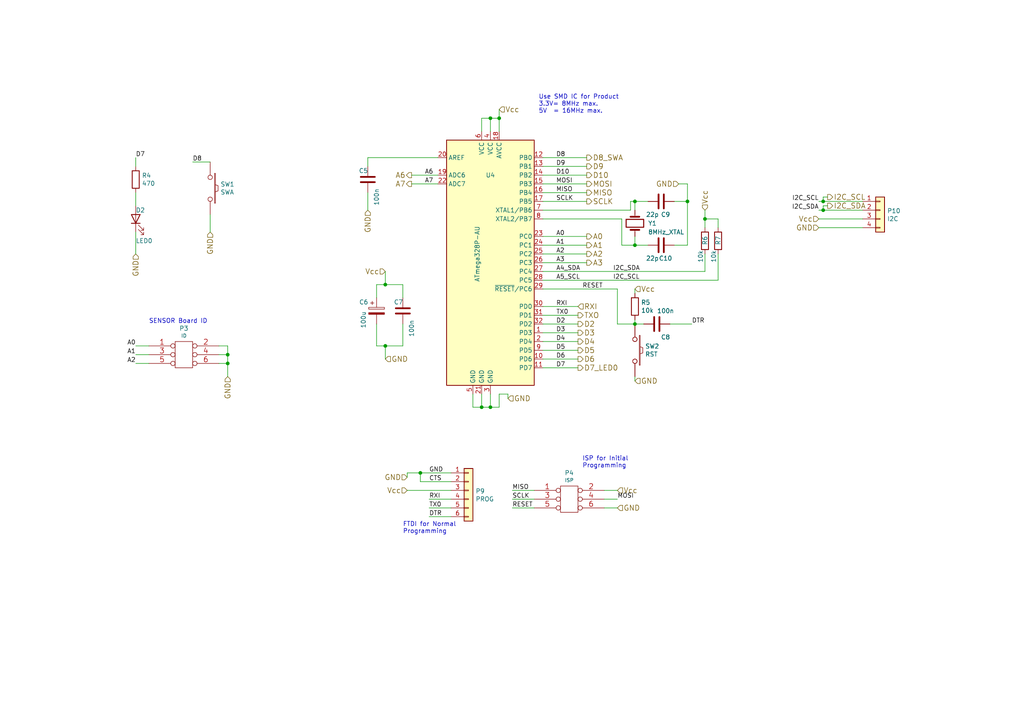
<source format=kicad_sch>
(kicad_sch (version 20231120) (generator "eeschema") (generator_version "8.0")
  (paper "A4")
  (lib_symbols
    (symbol "Connector_Generic:Conn_01x04" (pin_names (offset 1.016) hide)
      (property "Reference" "J" (at 0 5.08 0))
      (property "Value" "Conn_01x04" (at 0 -7.62 0))
      (symbol "Conn_01x04_1_1"
        (rectangle (start -1.27 -4.953) (end 0 -5.207) (stroke (width 0.1524)))
        (rectangle (start -1.27 -2.413) (end 0 -2.667) (stroke (width 0.1524)))
        (rectangle (start -1.27 0.127) (end 0 -0.127) (stroke (width 0.1524)))
        (rectangle (start -1.27 2.667) (end 0 2.413) (stroke (width 0.1524)))
        (rectangle (start -1.27 3.81) (end 1.27 -6.35) (stroke (width 0.254)) (fill (type background)))
        (pin passive line (at -5.08 2.54 0) (length 3.81) (name "Pin_1") (number "1"))
        (pin passive line (at -5.08 0 0) (length 3.81) (name "Pin_2") (number "2"))
        (pin passive line (at -5.08 -2.54 0) (length 3.81) (name "Pin_3") (number "3"))
        (pin passive line (at -5.08 -5.08 0) (length 3.81) (name "Pin_4") (number "4"))
      )
    )
    (symbol "Connector_Generic:Conn_01x06" (pin_names (offset 1.016) hide)
      (property "Reference" "J" (at 0 7.62 0))
      (property "Value" "Conn_01x06" (at 0 -10.16 0))
      (symbol "Conn_01x06_1_1"
        (rectangle (start -1.27 -7.493) (end 0 -7.747) (stroke (width 0.1524)))
        (rectangle (start -1.27 -4.953) (end 0 -5.207) (stroke (width 0.1524)))
        (rectangle (start -1.27 -2.413) (end 0 -2.667) (stroke (width 0.1524)))
        (rectangle (start -1.27 0.127) (end 0 -0.127) (stroke (width 0.1524)))
        (rectangle (start -1.27 2.667) (end 0 2.413) (stroke (width 0.1524)))
        (rectangle (start -1.27 5.207) (end 0 4.953) (stroke (width 0.1524)))
        (rectangle (start -1.27 6.35) (end 1.27 -8.89) (stroke (width 0.254)) (fill (type background)))
        (pin passive line (at -5.08 5.08 0) (length 3.81) (name "Pin_1") (number "1"))
        (pin passive line (at -5.08 2.54 0) (length 3.81) (name "Pin_2") (number "2"))
        (pin passive line (at -5.08 0 0) (length 3.81) (name "Pin_3") (number "3"))
        (pin passive line (at -5.08 -2.54 0) (length 3.81) (name "Pin_4") (number "4"))
        (pin passive line (at -5.08 -5.08 0) (length 3.81) (name "Pin_5") (number "5"))
        (pin passive line (at -5.08 -7.62 0) (length 3.81) (name "Pin_6") (number "6"))
      )
    )
    (symbol "Device:CP" (pin_numbers hide) (pin_names (offset 0.254))
      (property "Reference" "C" (at 0.635 2.54 0))
      (property "Value" "Device_CP" (at 0.635 -2.54 0))
      (symbol "CP_0_1"
        (rectangle (start -2.286 0.508) (end 2.286 1.016))
        (polyline (pts (xy -1.778 2.286) (xy -0.762 2.286)))
        (polyline (pts (xy -1.27 2.794) (xy -1.27 1.778)))
        (rectangle (start 2.286 -0.508) (end -2.286 -1.016) (fill (type outline)))
      )
      (symbol "CP_1_1"
        (pin passive line (at 0 3.81 270) (length 2.794) (name "~") (number "1"))
        (pin passive line (at 0 -3.81 90) (length 2.794) (name "~") (number "2"))
      )
    )
    (symbol "Device:Crystal" (pin_numbers hide) (pin_names (offset 1.016) hide)
      (property "Reference" "Y" (at 0 3.81 0))
      (property "Value" "Crystal" (at 0 -3.81 0))
      (symbol "Crystal_0_1"
        (rectangle (start -1.143 2.54) (end 1.143 -2.54) (stroke (width 0.3048)))
        (polyline (pts (xy -2.54 0) (xy -1.905 0)))
        (polyline (pts (xy -1.905 -1.27) (xy -1.905 1.27)) (stroke (width 0.508)))
        (polyline (pts (xy 1.905 -1.27) (xy 1.905 1.27)) (stroke (width 0.508)))
        (polyline (pts (xy 2.54 0) (xy 1.905 0)))
      )
      (symbol "Crystal_1_1"
        (pin passive line (at -3.81 0 0) (length 1.27) (name "1") (number "1"))
        (pin passive line (at 3.81 0 180) (length 1.27) (name "2") (number "2"))
      )
    )
    (symbol "Device:LED" (pin_numbers hide) (pin_names (offset 1.016) hide)
      (property "Reference" "D" (at 0 2.54 0))
      (property "Value" "LED" (at 0 -2.54 0))
      (symbol "LED_0_1"
        (polyline (pts (xy -1.27 -1.27) (xy -1.27 1.27)) (stroke (width 0.254)))
        (polyline (pts (xy -1.27 0) (xy 1.27 0)))
        (polyline (pts (xy 1.27 -1.27) (xy 1.27 1.27) (xy -1.27 0) (xy 1.27 -1.27)) (stroke (width 0.254)))
        (polyline (pts (xy -3.048 -0.762) (xy -4.572 -2.286) (xy -3.81 -2.286) (xy -4.572 -2.286) (xy -4.572 -1.524)))
        (polyline (pts (xy -1.778 -0.762) (xy -3.302 -2.286) (xy -2.54 -2.286) (xy -3.302 -2.286) (xy -3.302 -1.524)))
      )
      (symbol "LED_1_1"
        (pin passive line (at -3.81 0 0) (length 2.54) (name "K") (number "1"))
        (pin passive line (at 3.81 0 180) (length 2.54) (name "A") (number "2"))
      )
    )
    (symbol "Device:R" (pin_numbers hide) (pin_names (offset 0))
      (property "Reference" "R" (at 2.032 0 90))
      (property "Value" "R" (at 0 0 90))
      (symbol "R_0_1"
        (rectangle (start -1.016 -2.54) (end 1.016 2.54) (stroke (width 0.254)))
      )
      (symbol "R_1_1"
        (pin passive line (at 0 3.81 270) (length 1.27) (name "~") (number "1"))
        (pin passive line (at 0 -3.81 90) (length 1.27) (name "~") (number "2"))
      )
    )
    (symbol "device:C" (pin_numbers hide) (pin_names (offset 0.254))
      (property "Reference" "C" (at 0.635 2.54 0))
      (property "Value" "device_C" (at 0.635 -2.54 0))
      (symbol "C_0_1"
        (polyline (pts (xy -2.032 -0.762) (xy 2.032 -0.762)) (stroke (width 0.508)))
        (polyline (pts (xy -2.032 0.762) (xy 2.032 0.762)) (stroke (width 0.508)))
      )
      (symbol "C_1_1"
        (pin passive line (at 0 3.81 270) (length 2.794) (name "~") (number "1"))
        (pin passive line (at 0 -3.81 90) (length 2.794) (name "~") (number "2"))
      )
    )
    (symbol "matts_components:ATmega328P-AU-MCU_Microchip_ATmega"
      (property "Reference" "U" (at -12.7 36.83 0))
      (property "Value" "matts_components_ATmega328P-AU-MCU_Microchip_ATmega" (at 2.54 -36.83 0))
      (symbol "ATmega328P-AU-MCU_Microchip_ATmega_0_1"
        (rectangle (start -12.7 -35.56) (end 12.7 35.56) (stroke (width 0.254)) (fill (type background)))
      )
      (symbol "ATmega328P-AU-MCU_Microchip_ATmega_1_1"
        (pin bidirectional line (at 15.24 -20.32 180) (length 2.54) (name "PD3") (number "1"))
        (pin bidirectional line (at 15.24 -27.94 180) (length 2.54) (name "PD6") (number "10"))
        (pin bidirectional line (at 15.24 -30.48 180) (length 2.54) (name "PD7") (number "11"))
        (pin bidirectional line (at 15.24 30.48 180) (length 2.54) (name "PB0") (number "12"))
        (pin bidirectional line (at 15.24 27.94 180) (length 2.54) (name "PB1") (number "13"))
        (pin bidirectional line (at 15.24 25.4 180) (length 2.54) (name "PB2") (number "14"))
        (pin bidirectional line (at 15.24 22.86 180) (length 2.54) (name "PB3") (number "15"))
        (pin bidirectional line (at 15.24 20.32 180) (length 2.54) (name "PB4") (number "16"))
        (pin bidirectional line (at 15.24 17.78 180) (length 2.54) (name "PB5") (number "17"))
        (pin power_in line (at 2.54 38.1 270) (length 2.54) (name "AVCC") (number "18"))
        (pin input line (at -15.24 25.4 0) (length 2.54) (name "ADC6") (number "19"))
        (pin bidirectional line (at 15.24 -22.86 180) (length 2.54) (name "PD4") (number "2"))
        (pin passive line (at -15.24 30.48 0) (length 2.54) (name "AREF") (number "20"))
        (pin power_in line (at -2.54 -38.1 90) (length 2.54) (name "GND") (number "21"))
        (pin input line (at -15.24 22.86 0) (length 2.54) (name "ADC7") (number "22"))
        (pin bidirectional line (at 15.24 7.62 180) (length 2.54) (name "PC0") (number "23"))
        (pin bidirectional line (at 15.24 5.08 180) (length 2.54) (name "PC1") (number "24"))
        (pin bidirectional line (at 15.24 2.54 180) (length 2.54) (name "PC2") (number "25"))
        (pin bidirectional line (at 15.24 0 180) (length 2.54) (name "PC3") (number "26"))
        (pin bidirectional line (at 15.24 -2.54 180) (length 2.54) (name "PC4") (number "27"))
        (pin bidirectional line (at 15.24 -5.08 180) (length 2.54) (name "PC5") (number "28"))
        (pin bidirectional line (at 15.24 -7.62 180) (length 2.54) (name "~{RESET}/PC6") (number "29"))
        (pin power_in line (at 0 -38.1 90) (length 2.54) (name "GND") (number "3"))
        (pin bidirectional line (at 15.24 -12.7 180) (length 2.54) (name "PD0") (number "30"))
        (pin bidirectional line (at 15.24 -15.24 180) (length 2.54) (name "PD1") (number "31"))
        (pin bidirectional line (at 15.24 -17.78 180) (length 2.54) (name "PD2") (number "32"))
        (pin power_in line (at 0 38.1 270) (length 2.54) (name "VCC") (number "4"))
        (pin power_in line (at -5.08 -38.1 90) (length 2.54) (name "GND") (number "5"))
        (pin power_in line (at -2.54 38.1 270) (length 2.54) (name "VCC") (number "6"))
        (pin bidirectional line (at 15.24 15.24 180) (length 2.54) (name "XTAL1/PB6") (number "7"))
        (pin bidirectional line (at 15.24 12.7 180) (length 2.54) (name "XTAL2/PB7") (number "8"))
        (pin bidirectional line (at 15.24 -25.4 180) (length 2.54) (name "PD5") (number "9"))
      )
    )
    (symbol "matts_components:ISP_3X2" (pin_names (offset 1.016) hide)
      (property "Reference" "P" (at 0 6.35 0))
      (property "Value" "matts_components_ISP_3X2" (at 0 1.27 90))
      (symbol "ISP_3X2_0_1"
        (rectangle (start -2.54 5.08) (end 2.54 -2.54))
      )
      (symbol "ISP_3X2_1_1"
        (pin passive inverted (at -10.16 3.81 0) (length 7.62) (name "1") (number "1"))
        (pin passive inverted (at 10.16 3.81 180) (length 7.62) (name "2") (number "2"))
        (pin passive inverted (at -10.16 1.27 0) (length 7.62) (name "3") (number "3"))
        (pin passive inverted (at 10.16 1.27 180) (length 7.62) (name "4") (number "4"))
        (pin passive inverted (at -10.16 -1.27 0) (length 7.62) (name "5") (number "5"))
        (pin passive inverted (at 10.16 -1.27 180) (length 7.62) (name "6") (number "6"))
      )
    )
    (symbol "matts_components:SW_PUSH" (pin_numbers hide) (pin_names (offset 1.016) hide)
      (property "Reference" "SW" (at 3.81 2.794 0))
      (property "Value" "matts_components_SW_PUSH" (at 0 -2.032 0))
      (symbol "SW_PUSH_0_1"
        (rectangle (start -4.318 1.27) (end 4.318 1.524))
        (polyline (pts (xy -1.016 1.524) (xy -0.762 2.286) (xy 0.762 2.286) (xy 1.016 1.524)))
        (pin passive inverted (at -7.62 0 0) (length 5.08) (name "1") (number "1"))
        (pin passive inverted (at 7.62 0 180) (length 5.08) (name "2") (number "2"))
      )
    )
  )
  (junction (at 66.04 102.87))
  (junction (at 199.39 58.42))
  (junction (at 144.78 34.29))
  (junction (at 184.15 93.98))
  (junction (at 142.24 34.29))
  (junction (at 111.76 82.55))
  (junction (at 111.76 100.33))
  (junction (at 121.92 137.16))
  (junction (at 184.15 71.12))
  (junction (at 139.7 118.11))
  (junction (at 142.24 118.11))
  (junction (at 66.04 105.41))
  (junction (at 238.76 60.96))
  (junction (at 184.15 58.42))
  (junction (at 204.47 63.5))
  (junction (at 238.76 58.42))
  (wire (pts (xy 184.15 93.98) (xy 179.07 93.98)))
  (wire (pts (xy 157.48 88.9) (xy 167.64 88.9)))
  (wire (pts (xy 157.48 101.6) (xy 167.64 101.6)))
  (wire (pts (xy 130.81 149.86) (xy 124.46 149.86)))
  (wire (pts (xy 43.18 102.87) (xy 39.37 102.87)))
  (wire (pts (xy 157.48 55.88) (xy 170.18 55.88)))
  (wire (pts (xy 157.48 73.66) (xy 170.18 73.66)))
  (wire (pts (xy 118.11 137.16) (xy 121.92 137.16)))
  (wire (pts (xy 139.7 114.3) (xy 139.7 118.11)))
  (wire (pts (xy 109.22 86.36) (xy 109.22 82.55)))
  (wire (pts (xy 144.78 118.11) (xy 142.24 118.11)))
  (wire (pts (xy 184.15 110.49) (xy 184.15 109.22)))
  (wire (pts (xy 55.88 46.99) (xy 60.96 46.99)))
  (wire (pts (xy 175.26 147.32) (xy 179.07 147.32)))
  (wire (pts (xy 111.76 100.33) (xy 116.84 100.33)))
  (wire (pts (xy 157.48 68.58) (xy 170.18 68.58)))
  (wire (pts (xy 39.37 67.31) (xy 39.37 73.66)))
  (wire (pts (xy 109.22 100.33) (xy 111.76 100.33)))
  (wire (pts (xy 157.48 81.28) (xy 208.28 81.28)))
  (wire (pts (xy 43.18 105.41) (xy 39.37 105.41)))
  (wire (pts (xy 144.78 34.29) (xy 144.78 31.75)))
  (wire (pts (xy 184.15 71.12) (xy 187.96 71.12)))
  (wire (pts (xy 124.46 147.32) (xy 130.81 147.32)))
  (wire (pts (xy 195.58 71.12) (xy 199.39 71.12)))
  (wire (pts (xy 238.76 60.96) (xy 250.19 60.96)))
  (wire (pts (xy 179.07 144.78) (xy 175.26 144.78)))
  (wire (pts (xy 194.31 93.98) (xy 200.66 93.98)))
  (wire (pts (xy 106.68 45.72) (xy 106.68 48.26)))
  (wire (pts (xy 106.68 55.88) (xy 106.68 60.96)))
  (wire (pts (xy 118.11 142.24) (xy 130.81 142.24)))
  (wire (pts (xy 139.7 118.11) (xy 137.16 118.11)))
  (wire (pts (xy 157.48 50.8) (xy 170.18 50.8)))
  (wire (pts (xy 144.78 114.3) (xy 144.78 118.11)))
  (wire (pts (xy 184.15 58.42) (xy 184.15 60.96)))
  (wire (pts (xy 238.76 57.15) (xy 238.76 58.42)))
  (wire (pts (xy 184.15 85.09) (xy 184.15 83.82)))
  (wire (pts (xy 199.39 58.42) (xy 199.39 71.12)))
  (wire (pts (xy 157.48 99.06) (xy 167.64 99.06)))
  (wire (pts (xy 148.59 144.78) (xy 154.94 144.78)))
  (wire (pts (xy 119.38 50.8) (xy 127 50.8)))
  (wire (pts (xy 199.39 53.34) (xy 196.85 53.34)))
  (wire (pts (xy 175.26 142.24) (xy 179.07 142.24)))
  (wire (pts (xy 179.07 83.82) (xy 179.07 93.98)))
  (wire (pts (xy 147.32 114.3) (xy 144.78 114.3)))
  (wire (pts (xy 238.76 59.69) (xy 238.76 60.96)))
  (wire (pts (xy 204.47 63.5) (xy 208.28 63.5)))
  (wire (pts (xy 237.49 58.42) (xy 238.76 58.42)))
  (wire (pts (xy 142.24 38.1) (xy 142.24 34.29)))
  (wire (pts (xy 142.24 118.11) (xy 139.7 118.11)))
  (wire (pts (xy 111.76 78.74) (xy 111.76 82.55)))
  (wire (pts (xy 238.76 58.42) (xy 250.19 58.42)))
  (wire (pts (xy 182.88 58.42) (xy 184.15 58.42)))
  (wire (pts (xy 157.48 83.82) (xy 179.07 83.82)))
  (wire (pts (xy 157.48 60.96) (xy 182.88 60.96)))
  (wire (pts (xy 121.92 139.7) (xy 130.81 139.7)))
  (wire (pts (xy 157.48 71.12) (xy 170.18 71.12)))
  (wire (pts (xy 157.48 78.74) (xy 204.47 78.74)))
  (wire (pts (xy 184.15 71.12) (xy 184.15 68.58)))
  (wire (pts (xy 157.48 48.26) (xy 170.18 48.26)))
  (wire (pts (xy 39.37 48.26) (xy 39.37 45.72)))
  (wire (pts (xy 157.48 104.14) (xy 167.64 104.14)))
  (wire (pts (xy 195.58 58.42) (xy 199.39 58.42)))
  (wire (pts (xy 121.92 137.16) (xy 130.81 137.16)))
  (wire (pts (xy 142.24 114.3) (xy 142.24 118.11)))
  (wire (pts (xy 66.04 100.33) (xy 63.5 100.33)))
  (wire (pts (xy 184.15 71.12) (xy 180.34 71.12)))
  (wire (pts (xy 157.48 96.52) (xy 167.64 96.52)))
  (wire (pts (xy 66.04 105.41) (xy 66.04 109.22)))
  (wire (pts (xy 154.94 147.32) (xy 148.59 147.32)))
  (wire (pts (xy 111.76 82.55) (xy 116.84 82.55)))
  (wire (pts (xy 43.18 100.33) (xy 39.37 100.33)))
  (wire (pts (xy 157.48 93.98) (xy 167.64 93.98)))
  (wire (pts (xy 130.81 144.78) (xy 124.46 144.78)))
  (wire (pts (xy 184.15 93.98) (xy 184.15 92.71)))
  (wire (pts (xy 109.22 93.98) (xy 109.22 100.33)))
  (wire (pts (xy 204.47 66.04) (xy 204.47 63.5)))
  (wire (pts (xy 139.7 34.29) (xy 139.7 38.1)))
  (wire (pts (xy 240.03 57.15) (xy 238.76 57.15)))
  (wire (pts (xy 237.49 63.5) (xy 250.19 63.5)))
  (wire (pts (xy 121.92 139.7) (xy 121.92 137.16)))
  (wire (pts (xy 199.39 58.42) (xy 199.39 53.34)))
  (wire (pts (xy 157.48 91.44) (xy 167.64 91.44)))
  (wire (pts (xy 184.15 58.42) (xy 187.96 58.42)))
  (wire (pts (xy 204.47 63.5) (xy 204.47 60.96)))
  (wire (pts (xy 119.38 53.34) (xy 127 53.34)))
  (wire (pts (xy 142.24 34.29) (xy 139.7 34.29)))
  (wire (pts (xy 111.76 104.14) (xy 111.76 100.33)))
  (wire (pts (xy 204.47 78.74) (xy 204.47 73.66)))
  (wire (pts (xy 66.04 105.41) (xy 66.04 102.87)))
  (wire (pts (xy 39.37 55.88) (xy 39.37 59.69)))
  (wire (pts (xy 180.34 71.12) (xy 180.34 63.5)))
  (wire (pts (xy 60.96 67.31) (xy 60.96 62.23)))
  (wire (pts (xy 157.48 45.72) (xy 170.18 45.72)))
  (wire (pts (xy 237.49 66.04) (xy 250.19 66.04)))
  (wire (pts (xy 142.24 34.29) (xy 144.78 34.29)))
  (wire (pts (xy 147.32 115.57) (xy 147.32 114.3)))
  (wire (pts (xy 157.48 58.42) (xy 170.18 58.42)))
  (wire (pts (xy 157.48 106.68) (xy 167.64 106.68)))
  (wire (pts (xy 63.5 105.41) (xy 66.04 105.41)))
  (wire (pts (xy 109.22 82.55) (xy 111.76 82.55)))
  (wire (pts (xy 116.84 93.98) (xy 116.84 100.33)))
  (wire (pts (xy 116.84 82.55) (xy 116.84 86.36)))
  (wire (pts (xy 118.11 138.43) (xy 118.11 137.16)))
  (wire (pts (xy 184.15 93.98) (xy 186.69 93.98)))
  (wire (pts (xy 157.48 53.34) (xy 170.18 53.34)))
  (wire (pts (xy 63.5 102.87) (xy 66.04 102.87)))
  (wire (pts (xy 144.78 34.29) (xy 144.78 38.1)))
  (wire (pts (xy 208.28 81.28) (xy 208.28 73.66)))
  (wire (pts (xy 240.03 59.69) (xy 238.76 59.69)))
  (wire (pts (xy 157.48 76.2) (xy 170.18 76.2)))
  (wire (pts (xy 182.88 60.96) (xy 182.88 58.42)))
  (wire (pts (xy 106.68 45.72) (xy 127 45.72)))
  (wire (pts (xy 237.49 60.96) (xy 238.76 60.96)))
  (wire (pts (xy 154.94 142.24) (xy 148.59 142.24)))
  (wire (pts (xy 157.48 63.5) (xy 180.34 63.5)))
  (wire (pts (xy 66.04 102.87) (xy 66.04 100.33)))
  (wire (pts (xy 208.28 63.5) (xy 208.28 66.04)))
  (wire (pts (xy 137.16 118.11) (xy 137.16 114.3)))
  (text "ISP for Initial\nProgramming" (at 168.91 135.89 0) (effects (font (size 1.27 1.27)) (justify left bottom)))
  (text "Use SMD IC for Product\n3.3V= 8MHz max.\n5V  = 16MHz max." (at 156.21 33.02 0) (effects (font (size 1.27 1.27)) (justify left bottom)))
  (text "SENSOR Board ID\n" (at 43.18 93.98 0) (effects (font (size 1.27 1.27)) (justify left bottom)))
  (text "FTDI for Normal\nProgramming" (at 116.84 154.94 0) (effects (font (size 1.27 1.27)) (justify left bottom)))
  (label "A4_SDA" (at 161.29 78.74 0))
  (label "A3" (at 161.29 76.2 0))
  (label "D3" (at 161.29 96.52 0))
  (label "A5_SCL" (at 161.29 81.28 0))
  (label "A0" (at 161.29 68.58 0))
  (label "TX0" (at 161.29 91.44 0))
  (label "TX0" (at 124.46 147.32 0))
  (label "A0" (at 39.37 100.33 180))
  (label "MOSI" (at 179.07 144.78 0))
  (label "SCLK" (at 148.59 144.78 0))
  (label "D8" (at 55.88 46.99 0))
  (label "D10" (at 161.29 50.8 0))
  (label "MISO" (at 161.29 55.88 0))
  (label "D4" (at 161.29 99.06 0))
  (label "D7" (at 39.37 45.72 0))
  (label "D7" (at 161.29 106.68 0))
  (label "RESET" (at 148.59 147.32 0))
  (label "A1" (at 39.37 102.87 180))
  (label "DTR" (at 200.66 93.98 0))
  (label "I2C_SCL" (at 177.8 81.28 0))
  (label "CTS" (at 124.46 139.7 0))
  (label "D6" (at 161.29 104.14 0))
  (label "RXI" (at 161.29 88.9 0))
  (label "D2" (at 161.29 93.98 0))
  (label "A6" (at 123.19 50.8 0))
  (label "I2C_SDA" (at 177.8 78.74 0))
  (label "SCLK" (at 161.29 58.42 0))
  (label "RESET" (at 168.91 83.82 0))
  (label "D8" (at 161.29 45.72 0))
  (label "I2C_SCL" (at 237.49 58.42 180))
  (label "D9" (at 161.29 48.26 0))
  (label "MOSI" (at 161.29 53.34 0))
  (label "A2" (at 39.37 105.41 180))
  (label "MISO" (at 148.59 142.24 0))
  (label "A2" (at 161.29 73.66 0))
  (label "A1" (at 161.29 71.12 0))
  (label "DTR" (at 124.46 149.86 0))
  (label "D5" (at 161.29 101.6 0))
  (label "RXI" (at 124.46 144.78 0))
  (label "A7" (at 123.19 53.34 0))
  (label "GND" (at 124.46 137.16 0))
  (label "I2C_SDA" (at 237.49 60.96 180))
  (hierarchical_label "GND" (shape input) (at 184.15 110.49 0) (effects (font (size 1.524 1.524))))
  (hierarchical_label "GND" (shape input) (at 237.49 66.04 180) (effects (font (size 1.524 1.524))))
  (hierarchical_label "A6" (shape output) (at 119.38 50.8 180) (effects (font (size 1.524 1.524))))
  (hierarchical_label "Vcc" (shape input) (at 144.78 31.75 0) (effects (font (size 1.524 1.524))))
  (hierarchical_label "D8_SWA" (shape output) (at 170.18 45.72 0) (effects (font (size 1.524 1.524))))
  (hierarchical_label "D5" (shape output) (at 167.64 101.6 0) (effects (font (size 1.524 1.524))))
  (hierarchical_label "GND" (shape input) (at 106.68 60.96 270) (effects (font (size 1.524 1.524))))
  (hierarchical_label "D2" (shape output) (at 167.64 93.98 0) (effects (font (size 1.524 1.524))))
  (hierarchical_label "Vcc" (shape input) (at 237.49 63.5 180) (effects (font (size 1.524 1.524))))
  (hierarchical_label "A7" (shape output) (at 119.38 53.34 180) (effects (font (size 1.524 1.524))))
  (hierarchical_label "SCLK" (shape output) (at 170.18 58.42 0) (effects (font (size 1.524 1.524))))
  (hierarchical_label "D9" (shape output) (at 170.18 48.26 0) (effects (font (size 1.524 1.524))))
  (hierarchical_label "GND" (shape input) (at 179.07 147.32 0) (effects (font (size 1.524 1.524))))
  (hierarchical_label "Vcc" (shape input) (at 111.76 78.74 180) (effects (font (size 1.524 1.524))))
  (hierarchical_label "A0" (shape output) (at 170.18 68.58 0) (effects (font (size 1.524 1.524))))
  (hierarchical_label "GND" (shape input) (at 196.85 53.34 180) (effects (font (size 1.524 1.524))))
  (hierarchical_label "Vcc" (shape input) (at 179.07 142.24 0) (effects (font (size 1.524 1.524))))
  (hierarchical_label "GND" (shape input) (at 147.32 115.57 0) (effects (font (size 1.524 1.524))))
  (hierarchical_label "Vcc" (shape input) (at 204.47 60.96 90) (effects (font (size 1.524 1.524))))
  (hierarchical_label "A1" (shape output) (at 170.18 71.12 0) (effects (font (size 1.524 1.524))))
  (hierarchical_label "GND" (shape input) (at 118.11 138.43 180) (effects (font (size 1.524 1.524))))
  (hierarchical_label "Vcc" (shape input) (at 184.15 83.82 0) (effects (font (size 1.524 1.524))))
  (hierarchical_label "D4" (shape output) (at 167.64 99.06 0) (effects (font (size 1.524 1.524))))
  (hierarchical_label "GND" (shape input) (at 60.96 67.31 270) (effects (font (size 1.524 1.524))))
  (hierarchical_label "I2C_SDA" (shape output) (at 240.03 59.69 0) (effects (font (size 1.524 1.524))))
  (hierarchical_label "D3" (shape output) (at 167.64 96.52 0) (effects (font (size 1.524 1.524))))
  (hierarchical_label "GND" (shape input) (at 66.04 109.22 270) (effects (font (size 1.524 1.524))))
  (hierarchical_label "MISO" (shape output) (at 170.18 55.88 0) (effects (font (size 1.524 1.524))))
  (hierarchical_label "GND" (shape input) (at 39.37 73.66 270) (effects (font (size 1.524 1.524))))
  (hierarchical_label "D7_LED0" (shape output) (at 167.64 106.68 0) (effects (font (size 1.524 1.524))))
  (hierarchical_label "MOSI" (shape output) (at 170.18 53.34 0) (effects (font (size 1.524 1.524))))
  (hierarchical_label "A3" (shape output) (at 170.18 76.2 0) (effects (font (size 1.524 1.524))))
  (hierarchical_label "A2" (shape output) (at 170.18 73.66 0) (effects (font (size 1.524 1.524))))
  (hierarchical_label "D10" (shape output) (at 170.18 50.8 0) (effects (font (size 1.524 1.524))))
  (hierarchical_label "RXI" (shape input) (at 167.64 88.9 0) (effects (font (size 1.524 1.524))))
  (hierarchical_label "Vcc" (shape input) (at 118.11 142.24 180) (effects (font (size 1.524 1.524))))
  (hierarchical_label "D6" (shape output) (at 167.64 104.14 0) (effects (font (size 1.524 1.524))))
  (hierarchical_label "TXO" (shape output) (at 167.64 91.44 0) (effects (font (size 1.524 1.524))))
  (hierarchical_label "GND" (shape input) (at 111.76 104.14 0) (effects (font (size 1.524 1.524))))
  (hierarchical_label "I2C_SCL" (shape output) (at 240.03 57.15 0) (effects (font (size 1.524 1.524))))
  (symbol (lib_id "device:C") (at 106.68 52.07 180) (unit 1)
    (property "Reference" "C5" (at 105.41 49.53 0))
    (property "Value" "100n" (at 109.22 57.15 90))
    (property "Footprint" "REInnovationFootprint:SM_C_0805" (effects (hide yes)))
    (property "LCSC" "C49678" (effects (hide yes)))
    (property "JLCPCB Add" "Y" (effects (hide yes)))
  )
  (symbol (lib_id "Connector_Generic:Conn_01x06") (at 135.89 142.24 0) (unit 1)
    (property "Reference" "P9" (at 137.922 142.4432 0) (effects (justify left)))
    (property "Value" "PROG" (at 137.922 144.7546 0) (effects (justify left)))
    (property "Footprint" "REInnovationFootprint:TH_6x1_FTDI" (effects (hide yes)))
  )
  (symbol (lib_id "matts_components:ATmega328P-AU-MCU_Microchip_ATmega") (at 142.24 76.2 0) (unit 1)
    (property "Reference" "U4" (at 142.24 50.8 0))
    (property "Value" "ATmega328P-AU" (at 138.43 73.66 90))
    (property "Footprint" "REInnovationFootprint:TQFP32-08" (effects (hide yes)))
    (property "Supplier 1" "Farnell" (effects (hide yes)))
    (property "Manufacturer" "ATMEL" (effects (hide yes)))
    (property "Manufacturer Part" "ATMEGA328P-AU" (effects (hide yes)))
    (property "LCSC" "C14877" (effects (hide yes)))
    (property "JLCPCB Add" "Y" (effects (hide yes)))
    (property "JLCPCB Cost" "1.2649" (effects (hide yes)))
  )
  (symbol (lib_id "Device:R") (at 208.28 69.85 0) (unit 1)
    (property "Reference" "R7" (at 208.28 71.12 90) (effects (justify left)))
    (property "Value" "10k" (at 207.01 76.2 90) (effects (justify left)))
    (property "Footprint" "REInnovationFootprint:SM0805" (effects (hide yes)))
    (property "Supplier 1" "Farnell" (effects (hide yes)))
    (property "Supplier 1 Code" "9334580" (effects (hide yes)))
    (property "Supplier 1 Web" "https://uk.farnell.com/multicomp/mc01w080554k7/res-4k7-5-0-1w-0805-thick-film/dp/9334580?st=0805%20resistor%204k7" (effects (hide yes)))
    (property "Manufacturer Part" "MC01W080554K7" (effects (hide yes)))
    (property "Supplier 1 Cost" "0.01" (effects (hide yes)))
    (property "LCSC" "C17673" (effects (hide yes)))
    (property "JLCPCB Add" "Y" (effects (hide yes)))
    (property "JLCPCB Cost" "0.0031" (effects (hide yes)))
  )
  (symbol (lib_id "Device:R") (at 184.15 88.9 0) (unit 1)
    (property "Reference" "R5" (at 185.928 87.7316 0) (effects (justify left)))
    (property "Value" "10k" (at 185.928 90.043 0) (effects (justify left)))
    (property "Footprint" "REInnovationFootprint:SM0805" (effects (hide yes)))
    (property "Supplier 1" "Farnell" (effects (hide yes)))
    (property "Supplier 1 Code" "2073607" (effects (hide yes)))
    (property "Supplier 1 Web" "https://uk.farnell.com/multicomp/mcmr08x1002ftl/res-10k-1-0-125w-0805-ceramic/dp/2073607?st=0805%20resistor%2010k" (effects (hide yes)))
    (property "Supplier 1 Cost" "0.02" (effects (hide yes)))
    (property "Manufacturer Part" "MCMR08X1002FTL" (effects (hide yes)))
    (property "LCSC" "C17414" (effects (hide yes)))
    (property "JLCPCB Add" "Y" (effects (hide yes)))
    (property "JLCPCB Cost" "0.0029" (effects (hide yes)))
  )
  (symbol (lib_id "matts_components:ISP_3X2") (at 53.34 104.14 0) (unit 1)
    (property "Reference" "P3" (at 53.34 95.25 0))
    (property "Value" "ID" (at 53.34 97.3836 0) (effects (font (size 1.016 1.016))))
    (property "Footprint" "REInnovationFootprint:SM_6pad_3W_SOLDER" (effects (hide yes)))
    (property "Supplier 1" "Toby Electronics" (effects (hide yes)))
    (property "Supplier 1 Code" "THD-03-R" (effects (hide yes)))
    (property "Supplier 1 Web" "https://www.toby.co.uk/board-to-board-pcb-connectors/254mm-headers/thd-valcon-2.54mm-pitch-dual-row-pin-header/" (effects (hide yes)))
    (property "Manufacturer" "Valcon" (effects (hide yes)))
    (property "Supplier 1 Cost" "0.05" (effects (hide yes)))
  )
  (symbol (lib_id "matts_components:SW_PUSH") (at 60.96 54.61 270) (unit 1)
    (property "Reference" "SW1" (at 63.9318 53.4416 90) (effects (justify left)))
    (property "Value" "SWA" (at 63.9318 55.753 90) (effects (justify left)))
    (property "Footprint" "REInnovationFootprint:SMD_SW_6x3_5" (effects (hide yes)))
    (property "Supplier 1 Web" "https://uk.farnell.com/alcoswitch-te-connectivity/147873-1/tactile-switch-spst-0-05a-24v/dp/2610942" (effects (hide yes)))
    (property "Supplier 1" "Farnell" (effects (hide yes)))
    (property "Supplier 1 Code" "2610942" (effects (hide yes)))
    (property "Manufacturer Part" "147873-1" (effects (hide yes)))
    (property "Supplier 1 Cost" "0.236" (effects (hide yes)))
    (property "LCSC" "C412368" (effects (hide yes)))
    (property "JLCPCB Add" "Y" (effects (hide yes)))
    (property "JLCPCB Cost" "0.0194" (effects (hide yes)))
  )
  (symbol (lib_id "Device:Crystal") (at 184.15 64.77 270) (unit 1)
    (property "Reference" "Y1" (at 187.96 64.77 90) (effects (justify left)))
    (property "Value" "8MHz_XTAL" (at 187.96 67.31 90) (effects (justify left)))
    (property "Footprint" "REInnovationFootprint:SM-crystal-HC49UP" (effects (hide yes)))
    (property "Supplier 1" "Farnell" (effects (hide yes)))
    (property "Supplier 1 Code" "2832071" (effects (hide yes)))
    (property "Supplier 1 Web" "https://uk.farnell.com/iqd-frequency-products/lfxtal058154/crystal-8mhz-18pf-11-4mm-x-4-9mm/dp/2832071?st=hc49%208mhz" (effects (hide yes)))
    (property "Manufacturer Part" "LFXTAL058154" (effects (hide yes)))
    (property "Supplier 1 Cost" "0.5952" (effects (hide yes)))
    (property "LCSC" "C12674" (effects (hide yes)))
    (property "JLCPCB Add" "Y" (effects (hide yes)))
    (property "JLCPCB Cost" "0.0425" (effects (hide yes)))
  )
  (symbol (lib_id "Device:LED") (at 39.37 63.5 90) (unit 1)
    (property "Reference" "D2" (at 39.37 60.96 90) (effects (justify right)))
    (property "Value" "LED0" (at 39.37 69.85 90) (effects (justify right)))
    (property "Footprint" "REInnovationFootprint:SM0805_LED" (effects (hide yes)))
    (property "Supplier 1" "Farnell" (effects (hide yes)))
    (property "Supplier 1 Code" "3015159" (effects (hide yes)))
    (property "Supplier 1 Web" "https://uk.farnell.com/multicomp-pro/mc011368/led-orange-red-150mcd-620nm-0805/dp/3015159" (effects (hide yes)))
    (property "Manufacturer Part" "MC011368" (effects (hide yes)))
    (property "Supplier 1 Cost" "0.0834" (effects (hide yes)))
    (property "LCSC" "C2296" (effects (hide yes)))
    (property "JLCPCB Add" "Y" (effects (hide yes)))
    (property "JLCPCB Cost" "0.0102" (effects (hide yes)))
  )
  (symbol (lib_id "Device:R") (at 39.37 52.07 0) (unit 1)
    (property "Reference" "R4" (at 41.148 50.9016 0) (effects (justify left)))
    (property "Value" "470" (at 41.148 53.213 0) (effects (justify left)))
    (property "Footprint" "REInnovationFootprint:SM0805" (effects (hide yes)))
    (property "Supplier 1" "Farnell" (effects (hide yes)))
    (property "Supplier 1 Code" "2447662" (effects (hide yes)))
    (property "Supplier 1 Web" "https://uk.farnell.com/multicomp/mcwr08x4700ftl/res-470r-1-0-125w-thick-film/dp/2447662?st=470r%200805" (effects (hide yes)))
    (property "Manufacturer Part" "MCWR08X4700FTL" (effects (hide yes)))
    (property "Supplier 1 Cost" "0.0077" (effects (hide yes)))
    (property "LCSC" "C17710" (effects (hide yes)))
    (property "JLCPCB Add" "Y" (effects (hide yes)))
    (property "JLCPCB Cost" "0.0030" (effects (hide yes)))
  )
  (symbol (lib_id "matts_components:SW_PUSH") (at 184.15 101.6 270) (unit 1)
    (property "Reference" "SW2" (at 187.1218 100.4316 90) (effects (justify left)))
    (property "Value" "RST" (at 187.1218 102.743 90) (effects (justify left)))
    (property "Footprint" "REInnovationFootprint:SMD_SW_6x3_5" (effects (hide yes)))
    (property "Supplier 1" "Farnell" (effects (hide yes)))
    (property "Supplier 1 Code" "2610942" (effects (hide yes)))
    (property "Supplier 1 Web" "https://uk.farnell.com/alcoswitch-te-connectivity/147873-1/tactile-switch-spst-0-05a-24v/dp/2610942" (effects (hide yes)))
    (property "Manufacturer Part" "147873-1" (effects (hide yes)))
    (property "Supplier 1 Cost" "0.236" (effects (hide yes)))
    (property "LCSC" "C412368" (effects (hide yes)))
    (property "JLCPCB Add" "Y" (effects (hide yes)))
    (property "JLCPCB Cost" "0.0194" (effects (hide yes)))
  )
  (symbol (lib_id "Device:R") (at 204.47 69.85 0) (unit 1)
    (property "Reference" "R6" (at 204.47 71.12 90) (effects (justify left)))
    (property "Value" "10k" (at 203.2 76.2 90) (effects (justify left)))
    (property "Footprint" "REInnovationFootprint:SM0805" (effects (hide yes)))
    (property "Supplier 1" "Farnell" (effects (hide yes)))
    (property "Supplier 1 Code" "9334580" (effects (hide yes)))
    (property "Supplier 1 Web" "https://uk.farnell.com/multicomp/mc01w080554k7/res-4k7-5-0-1w-0805-thick-film/dp/9334580?st=0805%20resistor%204k7" (effects (hide yes)))
    (property "Manufacturer Part" "MC01W080554K7" (effects (hide yes)))
    (property "Supplier 1 Cost" "0.01" (effects (hide yes)))
    (property "LCSC" "C17673" (effects (hide yes)))
    (property "JLCPCB Add" "Y" (effects (hide yes)))
    (property "JLCPCB Cost" "0.0031" (effects (hide yes)))
  )
  (symbol (lib_id "matts_components:ISP_3X2") (at 165.1 146.05 0) (unit 1)
    (property "Reference" "P4" (at 165.1 137.16 0))
    (property "Value" "ISP" (at 165.1 139.2936 0) (effects (font (size 1.016 1.016))))
    (property "Footprint" "REInnovationFootprint:ISP_3x2" (effects (hide yes)))
  )
  (symbol (lib_id "device:C") (at 191.77 71.12 270) (unit 1)
    (property "Reference" "C10" (at 193.04 74.93 90))
    (property "Value" "22p" (at 189.23 74.93 90))
    (property "Footprint" "REInnovationFootprint:SM_C_0805" (effects (hide yes)))
    (property "LCSC" "C1804" (effects (hide yes)))
    (property "JLCPCB Add" "Y" (effects (hide yes)))
  )
  (symbol (lib_id "device:C") (at 191.77 58.42 270) (unit 1)
    (property "Reference" "C9" (at 193.04 62.23 90))
    (property "Value" "22p" (at 189.23 62.23 90))
    (property "Footprint" "REInnovationFootprint:SM_C_0805" (effects (hide yes)))
    (property "LCSC" "C1804" (effects (hide yes)))
    (property "JLCPCB Add" "Y" (effects (hide yes)))
  )
  (symbol (lib_id "device:C") (at 190.5 93.98 270) (unit 1)
    (property "Reference" "C8" (at 193.04 97.79 90))
    (property "Value" "100n" (at 193.04 90.17 90))
    (property "Footprint" "REInnovationFootprint:SM_C_0805" (effects (hide yes)))
    (property "LCSC" "C49678" (effects (hide yes)))
    (property "JLCPCB Add" "Y" (effects (hide yes)))
  )
  (symbol (lib_id "Connector_Generic:Conn_01x04") (at 255.27 60.96 0) (unit 1)
    (property "Reference" "P10" (at 257.302 61.1632 0) (effects (justify left)))
    (property "Value" "I2C" (at 257.302 63.4746 0) (effects (justify left)))
    (property "Footprint" "REInnovationFootprint:SIL-4_Grove_Not_Labelled" (effects (hide yes)))
  )
  (symbol (lib_id "device:C") (at 116.84 90.17 180) (unit 1)
    (property "Reference" "C7" (at 115.57 87.63 0))
    (property "Value" "100n" (at 119.38 95.25 90))
    (property "Footprint" "REInnovationFootprint:SM_C_0805" (effects (hide yes)))
    (property "LCSC" "C49678" (effects (hide yes)))
    (property "JLCPCB Add" "Y" (effects (hide yes)))
  )
  (symbol (lib_id "Device:CP") (at 109.22 90.17 0) (unit 1)
    (property "Reference" "C6" (at 104.14 87.63 0) (effects (justify left)))
    (property "Value" "100u" (at 105.41 95.25 90) (effects (justify left)))
    (property "Footprint" "REInnovationFootprint:SM_6.3x7.7" (effects (hide yes)))
    (property "LCSC" "C164071" (effects (hide yes)))
    (property "JLCPCB Add" "Y" (effects (hide yes)))
  )
)
</source>
